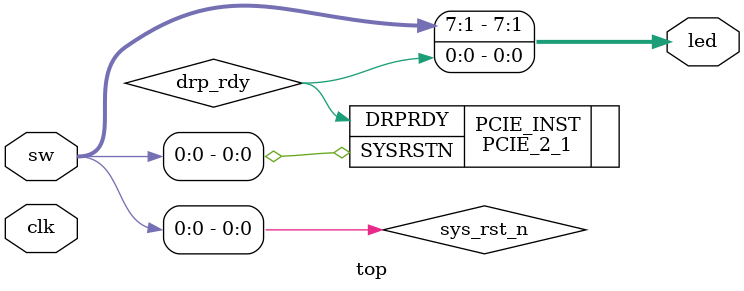
<source format=v>
module top(
  input  wire clk,

  input  wire [7:0] sw,
  output wire [7:0] led
);
    assign led[7:1] = sw[7:1];
    
    wire drp_rdy, sys_rst_n;
    assign sys_rst_n = sw[0];
    assign led[0] = drp_rdy;
    
    PCIE_2_1 #(
        .LINK_CAP_MAX_LINK_WIDTH(8)
    ) PCIE_INST (
        .DRPRDY(drp_rdy),
        .SYSRSTN(sys_rst_n)
    );

endmodule

</source>
